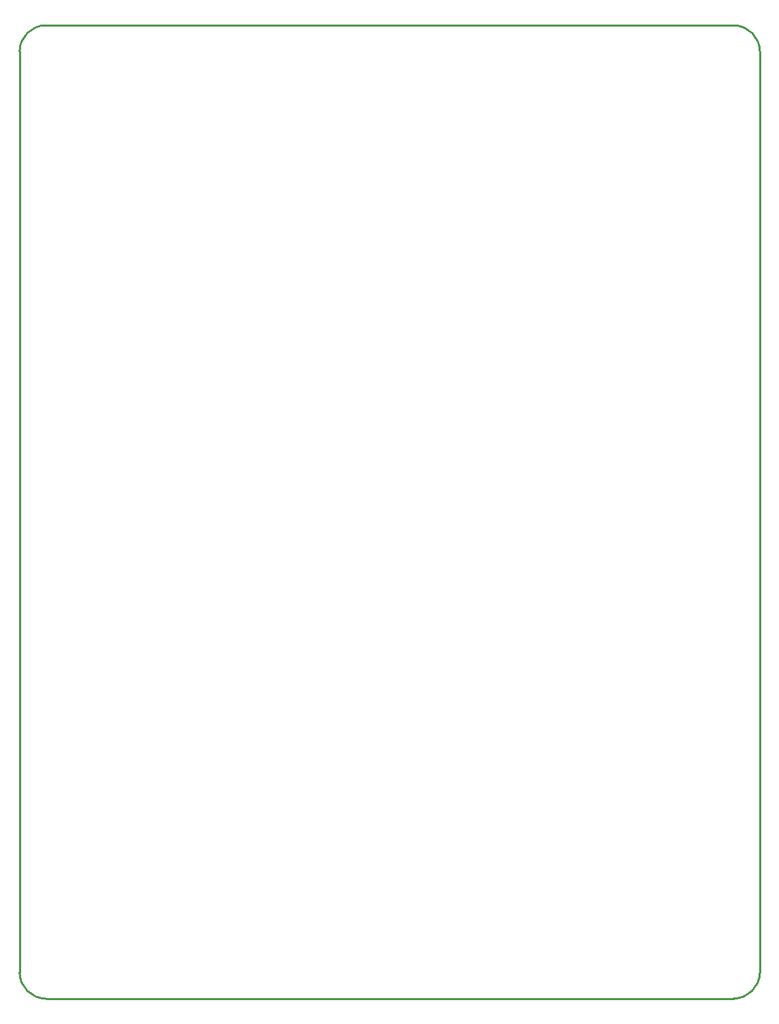
<source format=gko>
G04*
G04 #@! TF.GenerationSoftware,Altium Limited,Altium Designer,21.0.8 (223)*
G04*
G04 Layer_Color=16711935*
%FSLAX25Y25*%
%MOIN*%
G70*
G04*
G04 #@! TF.SameCoordinates,BE5F0130-CAB9-40B4-B503-F0A0EBAF52F2*
G04*
G04*
G04 #@! TF.FilePolarity,Positive*
G04*
G01*
G75*
%ADD14C,0.01000*%
D14*
X336300Y-12700D02*
G03*
X349019Y-80I-99J12819D01*
G01*
X349020Y450081D02*
G03*
X336400Y462800I-12819J-99D01*
G01*
X0D02*
G03*
X-12719Y450180I99J-12819D01*
G01*
X-12700Y0D02*
G03*
X-83Y-12716I12816J99D01*
G01*
X39900Y462800D02*
X56300D01*
X349000Y450081D02*
X349000Y-80D01*
X56300Y462800D02*
X304800D01*
X336400D01*
X-200D02*
X39900D01*
X-100Y-12700D02*
X336300Y-12719D01*
X-12700Y0D02*
Y450199D01*
M02*

</source>
